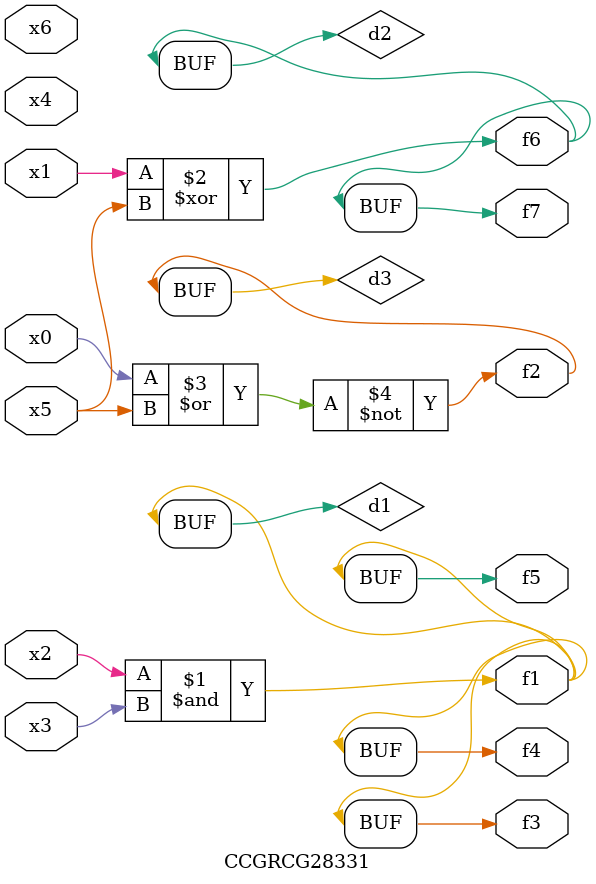
<source format=v>
module CCGRCG28331(
	input x0, x1, x2, x3, x4, x5, x6,
	output f1, f2, f3, f4, f5, f6, f7
);

	wire d1, d2, d3;

	and (d1, x2, x3);
	xor (d2, x1, x5);
	nor (d3, x0, x5);
	assign f1 = d1;
	assign f2 = d3;
	assign f3 = d1;
	assign f4 = d1;
	assign f5 = d1;
	assign f6 = d2;
	assign f7 = d2;
endmodule

</source>
